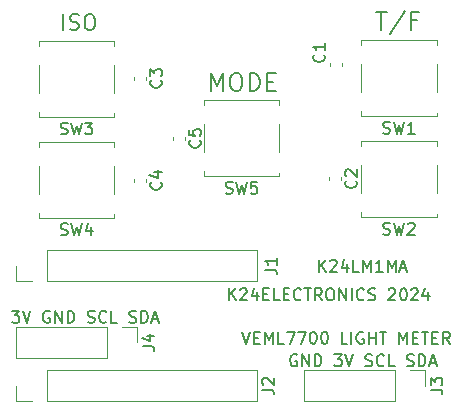
<source format=gbr>
%TF.GenerationSoftware,KiCad,Pcbnew,7.0.9*%
%TF.CreationDate,2024-01-07T17:51:15+01:00*%
%TF.ProjectId,K24LM1MA_veml7700_lightmeter,4b32344c-4d31-44d4-915f-76656d6c3737,rev?*%
%TF.SameCoordinates,Original*%
%TF.FileFunction,Legend,Top*%
%TF.FilePolarity,Positive*%
%FSLAX46Y46*%
G04 Gerber Fmt 4.6, Leading zero omitted, Abs format (unit mm)*
G04 Created by KiCad (PCBNEW 7.0.9) date 2024-01-07 17:51:15*
%MOMM*%
%LPD*%
G01*
G04 APERTURE LIST*
%ADD10C,0.150000*%
%ADD11C,0.120000*%
G04 APERTURE END LIST*
D10*
X124614207Y-107021104D02*
X124614207Y-105721104D01*
X125171351Y-106959200D02*
X125357065Y-107021104D01*
X125357065Y-107021104D02*
X125666589Y-107021104D01*
X125666589Y-107021104D02*
X125790398Y-106959200D01*
X125790398Y-106959200D02*
X125852303Y-106897295D01*
X125852303Y-106897295D02*
X125914208Y-106773485D01*
X125914208Y-106773485D02*
X125914208Y-106649676D01*
X125914208Y-106649676D02*
X125852303Y-106525866D01*
X125852303Y-106525866D02*
X125790398Y-106463961D01*
X125790398Y-106463961D02*
X125666589Y-106402057D01*
X125666589Y-106402057D02*
X125418970Y-106340152D01*
X125418970Y-106340152D02*
X125295160Y-106278247D01*
X125295160Y-106278247D02*
X125233255Y-106216342D01*
X125233255Y-106216342D02*
X125171351Y-106092533D01*
X125171351Y-106092533D02*
X125171351Y-105968723D01*
X125171351Y-105968723D02*
X125233255Y-105844914D01*
X125233255Y-105844914D02*
X125295160Y-105783009D01*
X125295160Y-105783009D02*
X125418970Y-105721104D01*
X125418970Y-105721104D02*
X125728493Y-105721104D01*
X125728493Y-105721104D02*
X125914208Y-105783009D01*
X126718969Y-105721104D02*
X126966588Y-105721104D01*
X126966588Y-105721104D02*
X127090398Y-105783009D01*
X127090398Y-105783009D02*
X127214207Y-105906819D01*
X127214207Y-105906819D02*
X127276112Y-106154438D01*
X127276112Y-106154438D02*
X127276112Y-106587771D01*
X127276112Y-106587771D02*
X127214207Y-106835390D01*
X127214207Y-106835390D02*
X127090398Y-106959200D01*
X127090398Y-106959200D02*
X126966588Y-107021104D01*
X126966588Y-107021104D02*
X126718969Y-107021104D01*
X126718969Y-107021104D02*
X126595160Y-106959200D01*
X126595160Y-106959200D02*
X126471350Y-106835390D01*
X126471350Y-106835390D02*
X126409446Y-106587771D01*
X126409446Y-106587771D02*
X126409446Y-106154438D01*
X126409446Y-106154438D02*
X126471350Y-105906819D01*
X126471350Y-105906819D02*
X126595160Y-105783009D01*
X126595160Y-105783009D02*
X126718969Y-105721104D01*
X144370588Y-134553438D02*
X144275350Y-134505819D01*
X144275350Y-134505819D02*
X144132493Y-134505819D01*
X144132493Y-134505819D02*
X143989636Y-134553438D01*
X143989636Y-134553438D02*
X143894398Y-134648676D01*
X143894398Y-134648676D02*
X143846779Y-134743914D01*
X143846779Y-134743914D02*
X143799160Y-134934390D01*
X143799160Y-134934390D02*
X143799160Y-135077247D01*
X143799160Y-135077247D02*
X143846779Y-135267723D01*
X143846779Y-135267723D02*
X143894398Y-135362961D01*
X143894398Y-135362961D02*
X143989636Y-135458200D01*
X143989636Y-135458200D02*
X144132493Y-135505819D01*
X144132493Y-135505819D02*
X144227731Y-135505819D01*
X144227731Y-135505819D02*
X144370588Y-135458200D01*
X144370588Y-135458200D02*
X144418207Y-135410580D01*
X144418207Y-135410580D02*
X144418207Y-135077247D01*
X144418207Y-135077247D02*
X144227731Y-135077247D01*
X144846779Y-135505819D02*
X144846779Y-134505819D01*
X144846779Y-134505819D02*
X145418207Y-135505819D01*
X145418207Y-135505819D02*
X145418207Y-134505819D01*
X145894398Y-135505819D02*
X145894398Y-134505819D01*
X145894398Y-134505819D02*
X146132493Y-134505819D01*
X146132493Y-134505819D02*
X146275350Y-134553438D01*
X146275350Y-134553438D02*
X146370588Y-134648676D01*
X146370588Y-134648676D02*
X146418207Y-134743914D01*
X146418207Y-134743914D02*
X146465826Y-134934390D01*
X146465826Y-134934390D02*
X146465826Y-135077247D01*
X146465826Y-135077247D02*
X146418207Y-135267723D01*
X146418207Y-135267723D02*
X146370588Y-135362961D01*
X146370588Y-135362961D02*
X146275350Y-135458200D01*
X146275350Y-135458200D02*
X146132493Y-135505819D01*
X146132493Y-135505819D02*
X145894398Y-135505819D01*
X147561065Y-134505819D02*
X148180112Y-134505819D01*
X148180112Y-134505819D02*
X147846779Y-134886771D01*
X147846779Y-134886771D02*
X147989636Y-134886771D01*
X147989636Y-134886771D02*
X148084874Y-134934390D01*
X148084874Y-134934390D02*
X148132493Y-134982009D01*
X148132493Y-134982009D02*
X148180112Y-135077247D01*
X148180112Y-135077247D02*
X148180112Y-135315342D01*
X148180112Y-135315342D02*
X148132493Y-135410580D01*
X148132493Y-135410580D02*
X148084874Y-135458200D01*
X148084874Y-135458200D02*
X147989636Y-135505819D01*
X147989636Y-135505819D02*
X147703922Y-135505819D01*
X147703922Y-135505819D02*
X147608684Y-135458200D01*
X147608684Y-135458200D02*
X147561065Y-135410580D01*
X148465827Y-134505819D02*
X148799160Y-135505819D01*
X148799160Y-135505819D02*
X149132493Y-134505819D01*
X150180113Y-135458200D02*
X150322970Y-135505819D01*
X150322970Y-135505819D02*
X150561065Y-135505819D01*
X150561065Y-135505819D02*
X150656303Y-135458200D01*
X150656303Y-135458200D02*
X150703922Y-135410580D01*
X150703922Y-135410580D02*
X150751541Y-135315342D01*
X150751541Y-135315342D02*
X150751541Y-135220104D01*
X150751541Y-135220104D02*
X150703922Y-135124866D01*
X150703922Y-135124866D02*
X150656303Y-135077247D01*
X150656303Y-135077247D02*
X150561065Y-135029628D01*
X150561065Y-135029628D02*
X150370589Y-134982009D01*
X150370589Y-134982009D02*
X150275351Y-134934390D01*
X150275351Y-134934390D02*
X150227732Y-134886771D01*
X150227732Y-134886771D02*
X150180113Y-134791533D01*
X150180113Y-134791533D02*
X150180113Y-134696295D01*
X150180113Y-134696295D02*
X150227732Y-134601057D01*
X150227732Y-134601057D02*
X150275351Y-134553438D01*
X150275351Y-134553438D02*
X150370589Y-134505819D01*
X150370589Y-134505819D02*
X150608684Y-134505819D01*
X150608684Y-134505819D02*
X150751541Y-134553438D01*
X151751541Y-135410580D02*
X151703922Y-135458200D01*
X151703922Y-135458200D02*
X151561065Y-135505819D01*
X151561065Y-135505819D02*
X151465827Y-135505819D01*
X151465827Y-135505819D02*
X151322970Y-135458200D01*
X151322970Y-135458200D02*
X151227732Y-135362961D01*
X151227732Y-135362961D02*
X151180113Y-135267723D01*
X151180113Y-135267723D02*
X151132494Y-135077247D01*
X151132494Y-135077247D02*
X151132494Y-134934390D01*
X151132494Y-134934390D02*
X151180113Y-134743914D01*
X151180113Y-134743914D02*
X151227732Y-134648676D01*
X151227732Y-134648676D02*
X151322970Y-134553438D01*
X151322970Y-134553438D02*
X151465827Y-134505819D01*
X151465827Y-134505819D02*
X151561065Y-134505819D01*
X151561065Y-134505819D02*
X151703922Y-134553438D01*
X151703922Y-134553438D02*
X151751541Y-134601057D01*
X152656303Y-135505819D02*
X152180113Y-135505819D01*
X152180113Y-135505819D02*
X152180113Y-134505819D01*
X153703923Y-135458200D02*
X153846780Y-135505819D01*
X153846780Y-135505819D02*
X154084875Y-135505819D01*
X154084875Y-135505819D02*
X154180113Y-135458200D01*
X154180113Y-135458200D02*
X154227732Y-135410580D01*
X154227732Y-135410580D02*
X154275351Y-135315342D01*
X154275351Y-135315342D02*
X154275351Y-135220104D01*
X154275351Y-135220104D02*
X154227732Y-135124866D01*
X154227732Y-135124866D02*
X154180113Y-135077247D01*
X154180113Y-135077247D02*
X154084875Y-135029628D01*
X154084875Y-135029628D02*
X153894399Y-134982009D01*
X153894399Y-134982009D02*
X153799161Y-134934390D01*
X153799161Y-134934390D02*
X153751542Y-134886771D01*
X153751542Y-134886771D02*
X153703923Y-134791533D01*
X153703923Y-134791533D02*
X153703923Y-134696295D01*
X153703923Y-134696295D02*
X153751542Y-134601057D01*
X153751542Y-134601057D02*
X153799161Y-134553438D01*
X153799161Y-134553438D02*
X153894399Y-134505819D01*
X153894399Y-134505819D02*
X154132494Y-134505819D01*
X154132494Y-134505819D02*
X154275351Y-134553438D01*
X154703923Y-135505819D02*
X154703923Y-134505819D01*
X154703923Y-134505819D02*
X154942018Y-134505819D01*
X154942018Y-134505819D02*
X155084875Y-134553438D01*
X155084875Y-134553438D02*
X155180113Y-134648676D01*
X155180113Y-134648676D02*
X155227732Y-134743914D01*
X155227732Y-134743914D02*
X155275351Y-134934390D01*
X155275351Y-134934390D02*
X155275351Y-135077247D01*
X155275351Y-135077247D02*
X155227732Y-135267723D01*
X155227732Y-135267723D02*
X155180113Y-135362961D01*
X155180113Y-135362961D02*
X155084875Y-135458200D01*
X155084875Y-135458200D02*
X154942018Y-135505819D01*
X154942018Y-135505819D02*
X154703923Y-135505819D01*
X155656304Y-135220104D02*
X156132494Y-135220104D01*
X155561066Y-135505819D02*
X155894399Y-134505819D01*
X155894399Y-134505819D02*
X156227732Y-135505819D01*
X139766922Y-132600819D02*
X140100255Y-133600819D01*
X140100255Y-133600819D02*
X140433588Y-132600819D01*
X140766922Y-133077009D02*
X141100255Y-133077009D01*
X141243112Y-133600819D02*
X140766922Y-133600819D01*
X140766922Y-133600819D02*
X140766922Y-132600819D01*
X140766922Y-132600819D02*
X141243112Y-132600819D01*
X141671684Y-133600819D02*
X141671684Y-132600819D01*
X141671684Y-132600819D02*
X142005017Y-133315104D01*
X142005017Y-133315104D02*
X142338350Y-132600819D01*
X142338350Y-132600819D02*
X142338350Y-133600819D01*
X143290731Y-133600819D02*
X142814541Y-133600819D01*
X142814541Y-133600819D02*
X142814541Y-132600819D01*
X143528827Y-132600819D02*
X144195493Y-132600819D01*
X144195493Y-132600819D02*
X143766922Y-133600819D01*
X144481208Y-132600819D02*
X145147874Y-132600819D01*
X145147874Y-132600819D02*
X144719303Y-133600819D01*
X145719303Y-132600819D02*
X145814541Y-132600819D01*
X145814541Y-132600819D02*
X145909779Y-132648438D01*
X145909779Y-132648438D02*
X145957398Y-132696057D01*
X145957398Y-132696057D02*
X146005017Y-132791295D01*
X146005017Y-132791295D02*
X146052636Y-132981771D01*
X146052636Y-132981771D02*
X146052636Y-133219866D01*
X146052636Y-133219866D02*
X146005017Y-133410342D01*
X146005017Y-133410342D02*
X145957398Y-133505580D01*
X145957398Y-133505580D02*
X145909779Y-133553200D01*
X145909779Y-133553200D02*
X145814541Y-133600819D01*
X145814541Y-133600819D02*
X145719303Y-133600819D01*
X145719303Y-133600819D02*
X145624065Y-133553200D01*
X145624065Y-133553200D02*
X145576446Y-133505580D01*
X145576446Y-133505580D02*
X145528827Y-133410342D01*
X145528827Y-133410342D02*
X145481208Y-133219866D01*
X145481208Y-133219866D02*
X145481208Y-132981771D01*
X145481208Y-132981771D02*
X145528827Y-132791295D01*
X145528827Y-132791295D02*
X145576446Y-132696057D01*
X145576446Y-132696057D02*
X145624065Y-132648438D01*
X145624065Y-132648438D02*
X145719303Y-132600819D01*
X146671684Y-132600819D02*
X146766922Y-132600819D01*
X146766922Y-132600819D02*
X146862160Y-132648438D01*
X146862160Y-132648438D02*
X146909779Y-132696057D01*
X146909779Y-132696057D02*
X146957398Y-132791295D01*
X146957398Y-132791295D02*
X147005017Y-132981771D01*
X147005017Y-132981771D02*
X147005017Y-133219866D01*
X147005017Y-133219866D02*
X146957398Y-133410342D01*
X146957398Y-133410342D02*
X146909779Y-133505580D01*
X146909779Y-133505580D02*
X146862160Y-133553200D01*
X146862160Y-133553200D02*
X146766922Y-133600819D01*
X146766922Y-133600819D02*
X146671684Y-133600819D01*
X146671684Y-133600819D02*
X146576446Y-133553200D01*
X146576446Y-133553200D02*
X146528827Y-133505580D01*
X146528827Y-133505580D02*
X146481208Y-133410342D01*
X146481208Y-133410342D02*
X146433589Y-133219866D01*
X146433589Y-133219866D02*
X146433589Y-132981771D01*
X146433589Y-132981771D02*
X146481208Y-132791295D01*
X146481208Y-132791295D02*
X146528827Y-132696057D01*
X146528827Y-132696057D02*
X146576446Y-132648438D01*
X146576446Y-132648438D02*
X146671684Y-132600819D01*
X148671684Y-133600819D02*
X148195494Y-133600819D01*
X148195494Y-133600819D02*
X148195494Y-132600819D01*
X149005018Y-133600819D02*
X149005018Y-132600819D01*
X150005017Y-132648438D02*
X149909779Y-132600819D01*
X149909779Y-132600819D02*
X149766922Y-132600819D01*
X149766922Y-132600819D02*
X149624065Y-132648438D01*
X149624065Y-132648438D02*
X149528827Y-132743676D01*
X149528827Y-132743676D02*
X149481208Y-132838914D01*
X149481208Y-132838914D02*
X149433589Y-133029390D01*
X149433589Y-133029390D02*
X149433589Y-133172247D01*
X149433589Y-133172247D02*
X149481208Y-133362723D01*
X149481208Y-133362723D02*
X149528827Y-133457961D01*
X149528827Y-133457961D02*
X149624065Y-133553200D01*
X149624065Y-133553200D02*
X149766922Y-133600819D01*
X149766922Y-133600819D02*
X149862160Y-133600819D01*
X149862160Y-133600819D02*
X150005017Y-133553200D01*
X150005017Y-133553200D02*
X150052636Y-133505580D01*
X150052636Y-133505580D02*
X150052636Y-133172247D01*
X150052636Y-133172247D02*
X149862160Y-133172247D01*
X150481208Y-133600819D02*
X150481208Y-132600819D01*
X150481208Y-133077009D02*
X151052636Y-133077009D01*
X151052636Y-133600819D02*
X151052636Y-132600819D01*
X151385970Y-132600819D02*
X151957398Y-132600819D01*
X151671684Y-133600819D02*
X151671684Y-132600819D01*
X153052637Y-133600819D02*
X153052637Y-132600819D01*
X153052637Y-132600819D02*
X153385970Y-133315104D01*
X153385970Y-133315104D02*
X153719303Y-132600819D01*
X153719303Y-132600819D02*
X153719303Y-133600819D01*
X154195494Y-133077009D02*
X154528827Y-133077009D01*
X154671684Y-133600819D02*
X154195494Y-133600819D01*
X154195494Y-133600819D02*
X154195494Y-132600819D01*
X154195494Y-132600819D02*
X154671684Y-132600819D01*
X154957399Y-132600819D02*
X155528827Y-132600819D01*
X155243113Y-133600819D02*
X155243113Y-132600819D01*
X155862161Y-133077009D02*
X156195494Y-133077009D01*
X156338351Y-133600819D02*
X155862161Y-133600819D01*
X155862161Y-133600819D02*
X155862161Y-132600819D01*
X155862161Y-132600819D02*
X156338351Y-132600819D01*
X157338351Y-133600819D02*
X157005018Y-133124628D01*
X156766923Y-133600819D02*
X156766923Y-132600819D01*
X156766923Y-132600819D02*
X157147875Y-132600819D01*
X157147875Y-132600819D02*
X157243113Y-132648438D01*
X157243113Y-132648438D02*
X157290732Y-132696057D01*
X157290732Y-132696057D02*
X157338351Y-132791295D01*
X157338351Y-132791295D02*
X157338351Y-132934152D01*
X157338351Y-132934152D02*
X157290732Y-133029390D01*
X157290732Y-133029390D02*
X157243113Y-133077009D01*
X157243113Y-133077009D02*
X157147875Y-133124628D01*
X157147875Y-133124628D02*
X156766923Y-133124628D01*
X138639779Y-129917819D02*
X138639779Y-128917819D01*
X139211207Y-129917819D02*
X138782636Y-129346390D01*
X139211207Y-128917819D02*
X138639779Y-129489247D01*
X139592160Y-129013057D02*
X139639779Y-128965438D01*
X139639779Y-128965438D02*
X139735017Y-128917819D01*
X139735017Y-128917819D02*
X139973112Y-128917819D01*
X139973112Y-128917819D02*
X140068350Y-128965438D01*
X140068350Y-128965438D02*
X140115969Y-129013057D01*
X140115969Y-129013057D02*
X140163588Y-129108295D01*
X140163588Y-129108295D02*
X140163588Y-129203533D01*
X140163588Y-129203533D02*
X140115969Y-129346390D01*
X140115969Y-129346390D02*
X139544541Y-129917819D01*
X139544541Y-129917819D02*
X140163588Y-129917819D01*
X141020731Y-129251152D02*
X141020731Y-129917819D01*
X140782636Y-128870200D02*
X140544541Y-129584485D01*
X140544541Y-129584485D02*
X141163588Y-129584485D01*
X141544541Y-129394009D02*
X141877874Y-129394009D01*
X142020731Y-129917819D02*
X141544541Y-129917819D01*
X141544541Y-129917819D02*
X141544541Y-128917819D01*
X141544541Y-128917819D02*
X142020731Y-128917819D01*
X142925493Y-129917819D02*
X142449303Y-129917819D01*
X142449303Y-129917819D02*
X142449303Y-128917819D01*
X143258827Y-129394009D02*
X143592160Y-129394009D01*
X143735017Y-129917819D02*
X143258827Y-129917819D01*
X143258827Y-129917819D02*
X143258827Y-128917819D01*
X143258827Y-128917819D02*
X143735017Y-128917819D01*
X144735017Y-129822580D02*
X144687398Y-129870200D01*
X144687398Y-129870200D02*
X144544541Y-129917819D01*
X144544541Y-129917819D02*
X144449303Y-129917819D01*
X144449303Y-129917819D02*
X144306446Y-129870200D01*
X144306446Y-129870200D02*
X144211208Y-129774961D01*
X144211208Y-129774961D02*
X144163589Y-129679723D01*
X144163589Y-129679723D02*
X144115970Y-129489247D01*
X144115970Y-129489247D02*
X144115970Y-129346390D01*
X144115970Y-129346390D02*
X144163589Y-129155914D01*
X144163589Y-129155914D02*
X144211208Y-129060676D01*
X144211208Y-129060676D02*
X144306446Y-128965438D01*
X144306446Y-128965438D02*
X144449303Y-128917819D01*
X144449303Y-128917819D02*
X144544541Y-128917819D01*
X144544541Y-128917819D02*
X144687398Y-128965438D01*
X144687398Y-128965438D02*
X144735017Y-129013057D01*
X145020732Y-128917819D02*
X145592160Y-128917819D01*
X145306446Y-129917819D02*
X145306446Y-128917819D01*
X146496922Y-129917819D02*
X146163589Y-129441628D01*
X145925494Y-129917819D02*
X145925494Y-128917819D01*
X145925494Y-128917819D02*
X146306446Y-128917819D01*
X146306446Y-128917819D02*
X146401684Y-128965438D01*
X146401684Y-128965438D02*
X146449303Y-129013057D01*
X146449303Y-129013057D02*
X146496922Y-129108295D01*
X146496922Y-129108295D02*
X146496922Y-129251152D01*
X146496922Y-129251152D02*
X146449303Y-129346390D01*
X146449303Y-129346390D02*
X146401684Y-129394009D01*
X146401684Y-129394009D02*
X146306446Y-129441628D01*
X146306446Y-129441628D02*
X145925494Y-129441628D01*
X147115970Y-128917819D02*
X147306446Y-128917819D01*
X147306446Y-128917819D02*
X147401684Y-128965438D01*
X147401684Y-128965438D02*
X147496922Y-129060676D01*
X147496922Y-129060676D02*
X147544541Y-129251152D01*
X147544541Y-129251152D02*
X147544541Y-129584485D01*
X147544541Y-129584485D02*
X147496922Y-129774961D01*
X147496922Y-129774961D02*
X147401684Y-129870200D01*
X147401684Y-129870200D02*
X147306446Y-129917819D01*
X147306446Y-129917819D02*
X147115970Y-129917819D01*
X147115970Y-129917819D02*
X147020732Y-129870200D01*
X147020732Y-129870200D02*
X146925494Y-129774961D01*
X146925494Y-129774961D02*
X146877875Y-129584485D01*
X146877875Y-129584485D02*
X146877875Y-129251152D01*
X146877875Y-129251152D02*
X146925494Y-129060676D01*
X146925494Y-129060676D02*
X147020732Y-128965438D01*
X147020732Y-128965438D02*
X147115970Y-128917819D01*
X147973113Y-129917819D02*
X147973113Y-128917819D01*
X147973113Y-128917819D02*
X148544541Y-129917819D01*
X148544541Y-129917819D02*
X148544541Y-128917819D01*
X149020732Y-129917819D02*
X149020732Y-128917819D01*
X150068350Y-129822580D02*
X150020731Y-129870200D01*
X150020731Y-129870200D02*
X149877874Y-129917819D01*
X149877874Y-129917819D02*
X149782636Y-129917819D01*
X149782636Y-129917819D02*
X149639779Y-129870200D01*
X149639779Y-129870200D02*
X149544541Y-129774961D01*
X149544541Y-129774961D02*
X149496922Y-129679723D01*
X149496922Y-129679723D02*
X149449303Y-129489247D01*
X149449303Y-129489247D02*
X149449303Y-129346390D01*
X149449303Y-129346390D02*
X149496922Y-129155914D01*
X149496922Y-129155914D02*
X149544541Y-129060676D01*
X149544541Y-129060676D02*
X149639779Y-128965438D01*
X149639779Y-128965438D02*
X149782636Y-128917819D01*
X149782636Y-128917819D02*
X149877874Y-128917819D01*
X149877874Y-128917819D02*
X150020731Y-128965438D01*
X150020731Y-128965438D02*
X150068350Y-129013057D01*
X150449303Y-129870200D02*
X150592160Y-129917819D01*
X150592160Y-129917819D02*
X150830255Y-129917819D01*
X150830255Y-129917819D02*
X150925493Y-129870200D01*
X150925493Y-129870200D02*
X150973112Y-129822580D01*
X150973112Y-129822580D02*
X151020731Y-129727342D01*
X151020731Y-129727342D02*
X151020731Y-129632104D01*
X151020731Y-129632104D02*
X150973112Y-129536866D01*
X150973112Y-129536866D02*
X150925493Y-129489247D01*
X150925493Y-129489247D02*
X150830255Y-129441628D01*
X150830255Y-129441628D02*
X150639779Y-129394009D01*
X150639779Y-129394009D02*
X150544541Y-129346390D01*
X150544541Y-129346390D02*
X150496922Y-129298771D01*
X150496922Y-129298771D02*
X150449303Y-129203533D01*
X150449303Y-129203533D02*
X150449303Y-129108295D01*
X150449303Y-129108295D02*
X150496922Y-129013057D01*
X150496922Y-129013057D02*
X150544541Y-128965438D01*
X150544541Y-128965438D02*
X150639779Y-128917819D01*
X150639779Y-128917819D02*
X150877874Y-128917819D01*
X150877874Y-128917819D02*
X151020731Y-128965438D01*
X152163589Y-129013057D02*
X152211208Y-128965438D01*
X152211208Y-128965438D02*
X152306446Y-128917819D01*
X152306446Y-128917819D02*
X152544541Y-128917819D01*
X152544541Y-128917819D02*
X152639779Y-128965438D01*
X152639779Y-128965438D02*
X152687398Y-129013057D01*
X152687398Y-129013057D02*
X152735017Y-129108295D01*
X152735017Y-129108295D02*
X152735017Y-129203533D01*
X152735017Y-129203533D02*
X152687398Y-129346390D01*
X152687398Y-129346390D02*
X152115970Y-129917819D01*
X152115970Y-129917819D02*
X152735017Y-129917819D01*
X153354065Y-128917819D02*
X153449303Y-128917819D01*
X153449303Y-128917819D02*
X153544541Y-128965438D01*
X153544541Y-128965438D02*
X153592160Y-129013057D01*
X153592160Y-129013057D02*
X153639779Y-129108295D01*
X153639779Y-129108295D02*
X153687398Y-129298771D01*
X153687398Y-129298771D02*
X153687398Y-129536866D01*
X153687398Y-129536866D02*
X153639779Y-129727342D01*
X153639779Y-129727342D02*
X153592160Y-129822580D01*
X153592160Y-129822580D02*
X153544541Y-129870200D01*
X153544541Y-129870200D02*
X153449303Y-129917819D01*
X153449303Y-129917819D02*
X153354065Y-129917819D01*
X153354065Y-129917819D02*
X153258827Y-129870200D01*
X153258827Y-129870200D02*
X153211208Y-129822580D01*
X153211208Y-129822580D02*
X153163589Y-129727342D01*
X153163589Y-129727342D02*
X153115970Y-129536866D01*
X153115970Y-129536866D02*
X153115970Y-129298771D01*
X153115970Y-129298771D02*
X153163589Y-129108295D01*
X153163589Y-129108295D02*
X153211208Y-129013057D01*
X153211208Y-129013057D02*
X153258827Y-128965438D01*
X153258827Y-128965438D02*
X153354065Y-128917819D01*
X154068351Y-129013057D02*
X154115970Y-128965438D01*
X154115970Y-128965438D02*
X154211208Y-128917819D01*
X154211208Y-128917819D02*
X154449303Y-128917819D01*
X154449303Y-128917819D02*
X154544541Y-128965438D01*
X154544541Y-128965438D02*
X154592160Y-129013057D01*
X154592160Y-129013057D02*
X154639779Y-129108295D01*
X154639779Y-129108295D02*
X154639779Y-129203533D01*
X154639779Y-129203533D02*
X154592160Y-129346390D01*
X154592160Y-129346390D02*
X154020732Y-129917819D01*
X154020732Y-129917819D02*
X154639779Y-129917819D01*
X155496922Y-129251152D02*
X155496922Y-129917819D01*
X155258827Y-128870200D02*
X155020732Y-129584485D01*
X155020732Y-129584485D02*
X155639779Y-129584485D01*
X151117541Y-105496628D02*
X151974684Y-105496628D01*
X151546112Y-106996628D02*
X151546112Y-105496628D01*
X153546112Y-105425200D02*
X152260398Y-107353771D01*
X154546112Y-106210914D02*
X154046112Y-106210914D01*
X154046112Y-106996628D02*
X154046112Y-105496628D01*
X154046112Y-105496628D02*
X154760398Y-105496628D01*
X120256541Y-130822819D02*
X120875588Y-130822819D01*
X120875588Y-130822819D02*
X120542255Y-131203771D01*
X120542255Y-131203771D02*
X120685112Y-131203771D01*
X120685112Y-131203771D02*
X120780350Y-131251390D01*
X120780350Y-131251390D02*
X120827969Y-131299009D01*
X120827969Y-131299009D02*
X120875588Y-131394247D01*
X120875588Y-131394247D02*
X120875588Y-131632342D01*
X120875588Y-131632342D02*
X120827969Y-131727580D01*
X120827969Y-131727580D02*
X120780350Y-131775200D01*
X120780350Y-131775200D02*
X120685112Y-131822819D01*
X120685112Y-131822819D02*
X120399398Y-131822819D01*
X120399398Y-131822819D02*
X120304160Y-131775200D01*
X120304160Y-131775200D02*
X120256541Y-131727580D01*
X121161303Y-130822819D02*
X121494636Y-131822819D01*
X121494636Y-131822819D02*
X121827969Y-130822819D01*
X123447017Y-130870438D02*
X123351779Y-130822819D01*
X123351779Y-130822819D02*
X123208922Y-130822819D01*
X123208922Y-130822819D02*
X123066065Y-130870438D01*
X123066065Y-130870438D02*
X122970827Y-130965676D01*
X122970827Y-130965676D02*
X122923208Y-131060914D01*
X122923208Y-131060914D02*
X122875589Y-131251390D01*
X122875589Y-131251390D02*
X122875589Y-131394247D01*
X122875589Y-131394247D02*
X122923208Y-131584723D01*
X122923208Y-131584723D02*
X122970827Y-131679961D01*
X122970827Y-131679961D02*
X123066065Y-131775200D01*
X123066065Y-131775200D02*
X123208922Y-131822819D01*
X123208922Y-131822819D02*
X123304160Y-131822819D01*
X123304160Y-131822819D02*
X123447017Y-131775200D01*
X123447017Y-131775200D02*
X123494636Y-131727580D01*
X123494636Y-131727580D02*
X123494636Y-131394247D01*
X123494636Y-131394247D02*
X123304160Y-131394247D01*
X123923208Y-131822819D02*
X123923208Y-130822819D01*
X123923208Y-130822819D02*
X124494636Y-131822819D01*
X124494636Y-131822819D02*
X124494636Y-130822819D01*
X124970827Y-131822819D02*
X124970827Y-130822819D01*
X124970827Y-130822819D02*
X125208922Y-130822819D01*
X125208922Y-130822819D02*
X125351779Y-130870438D01*
X125351779Y-130870438D02*
X125447017Y-130965676D01*
X125447017Y-130965676D02*
X125494636Y-131060914D01*
X125494636Y-131060914D02*
X125542255Y-131251390D01*
X125542255Y-131251390D02*
X125542255Y-131394247D01*
X125542255Y-131394247D02*
X125494636Y-131584723D01*
X125494636Y-131584723D02*
X125447017Y-131679961D01*
X125447017Y-131679961D02*
X125351779Y-131775200D01*
X125351779Y-131775200D02*
X125208922Y-131822819D01*
X125208922Y-131822819D02*
X124970827Y-131822819D01*
X126685113Y-131775200D02*
X126827970Y-131822819D01*
X126827970Y-131822819D02*
X127066065Y-131822819D01*
X127066065Y-131822819D02*
X127161303Y-131775200D01*
X127161303Y-131775200D02*
X127208922Y-131727580D01*
X127208922Y-131727580D02*
X127256541Y-131632342D01*
X127256541Y-131632342D02*
X127256541Y-131537104D01*
X127256541Y-131537104D02*
X127208922Y-131441866D01*
X127208922Y-131441866D02*
X127161303Y-131394247D01*
X127161303Y-131394247D02*
X127066065Y-131346628D01*
X127066065Y-131346628D02*
X126875589Y-131299009D01*
X126875589Y-131299009D02*
X126780351Y-131251390D01*
X126780351Y-131251390D02*
X126732732Y-131203771D01*
X126732732Y-131203771D02*
X126685113Y-131108533D01*
X126685113Y-131108533D02*
X126685113Y-131013295D01*
X126685113Y-131013295D02*
X126732732Y-130918057D01*
X126732732Y-130918057D02*
X126780351Y-130870438D01*
X126780351Y-130870438D02*
X126875589Y-130822819D01*
X126875589Y-130822819D02*
X127113684Y-130822819D01*
X127113684Y-130822819D02*
X127256541Y-130870438D01*
X128256541Y-131727580D02*
X128208922Y-131775200D01*
X128208922Y-131775200D02*
X128066065Y-131822819D01*
X128066065Y-131822819D02*
X127970827Y-131822819D01*
X127970827Y-131822819D02*
X127827970Y-131775200D01*
X127827970Y-131775200D02*
X127732732Y-131679961D01*
X127732732Y-131679961D02*
X127685113Y-131584723D01*
X127685113Y-131584723D02*
X127637494Y-131394247D01*
X127637494Y-131394247D02*
X127637494Y-131251390D01*
X127637494Y-131251390D02*
X127685113Y-131060914D01*
X127685113Y-131060914D02*
X127732732Y-130965676D01*
X127732732Y-130965676D02*
X127827970Y-130870438D01*
X127827970Y-130870438D02*
X127970827Y-130822819D01*
X127970827Y-130822819D02*
X128066065Y-130822819D01*
X128066065Y-130822819D02*
X128208922Y-130870438D01*
X128208922Y-130870438D02*
X128256541Y-130918057D01*
X129161303Y-131822819D02*
X128685113Y-131822819D01*
X128685113Y-131822819D02*
X128685113Y-130822819D01*
X130208923Y-131775200D02*
X130351780Y-131822819D01*
X130351780Y-131822819D02*
X130589875Y-131822819D01*
X130589875Y-131822819D02*
X130685113Y-131775200D01*
X130685113Y-131775200D02*
X130732732Y-131727580D01*
X130732732Y-131727580D02*
X130780351Y-131632342D01*
X130780351Y-131632342D02*
X130780351Y-131537104D01*
X130780351Y-131537104D02*
X130732732Y-131441866D01*
X130732732Y-131441866D02*
X130685113Y-131394247D01*
X130685113Y-131394247D02*
X130589875Y-131346628D01*
X130589875Y-131346628D02*
X130399399Y-131299009D01*
X130399399Y-131299009D02*
X130304161Y-131251390D01*
X130304161Y-131251390D02*
X130256542Y-131203771D01*
X130256542Y-131203771D02*
X130208923Y-131108533D01*
X130208923Y-131108533D02*
X130208923Y-131013295D01*
X130208923Y-131013295D02*
X130256542Y-130918057D01*
X130256542Y-130918057D02*
X130304161Y-130870438D01*
X130304161Y-130870438D02*
X130399399Y-130822819D01*
X130399399Y-130822819D02*
X130637494Y-130822819D01*
X130637494Y-130822819D02*
X130780351Y-130870438D01*
X131208923Y-131822819D02*
X131208923Y-130822819D01*
X131208923Y-130822819D02*
X131447018Y-130822819D01*
X131447018Y-130822819D02*
X131589875Y-130870438D01*
X131589875Y-130870438D02*
X131685113Y-130965676D01*
X131685113Y-130965676D02*
X131732732Y-131060914D01*
X131732732Y-131060914D02*
X131780351Y-131251390D01*
X131780351Y-131251390D02*
X131780351Y-131394247D01*
X131780351Y-131394247D02*
X131732732Y-131584723D01*
X131732732Y-131584723D02*
X131685113Y-131679961D01*
X131685113Y-131679961D02*
X131589875Y-131775200D01*
X131589875Y-131775200D02*
X131447018Y-131822819D01*
X131447018Y-131822819D02*
X131208923Y-131822819D01*
X132161304Y-131537104D02*
X132637494Y-131537104D01*
X132066066Y-131822819D02*
X132399399Y-130822819D01*
X132399399Y-130822819D02*
X132732732Y-131822819D01*
X137107826Y-112203628D02*
X137107826Y-110703628D01*
X137107826Y-110703628D02*
X137607826Y-111775057D01*
X137607826Y-111775057D02*
X138107826Y-110703628D01*
X138107826Y-110703628D02*
X138107826Y-112203628D01*
X139107827Y-110703628D02*
X139393541Y-110703628D01*
X139393541Y-110703628D02*
X139536398Y-110775057D01*
X139536398Y-110775057D02*
X139679255Y-110917914D01*
X139679255Y-110917914D02*
X139750684Y-111203628D01*
X139750684Y-111203628D02*
X139750684Y-111703628D01*
X139750684Y-111703628D02*
X139679255Y-111989342D01*
X139679255Y-111989342D02*
X139536398Y-112132200D01*
X139536398Y-112132200D02*
X139393541Y-112203628D01*
X139393541Y-112203628D02*
X139107827Y-112203628D01*
X139107827Y-112203628D02*
X138964970Y-112132200D01*
X138964970Y-112132200D02*
X138822112Y-111989342D01*
X138822112Y-111989342D02*
X138750684Y-111703628D01*
X138750684Y-111703628D02*
X138750684Y-111203628D01*
X138750684Y-111203628D02*
X138822112Y-110917914D01*
X138822112Y-110917914D02*
X138964970Y-110775057D01*
X138964970Y-110775057D02*
X139107827Y-110703628D01*
X140393541Y-112203628D02*
X140393541Y-110703628D01*
X140393541Y-110703628D02*
X140750684Y-110703628D01*
X140750684Y-110703628D02*
X140964970Y-110775057D01*
X140964970Y-110775057D02*
X141107827Y-110917914D01*
X141107827Y-110917914D02*
X141179256Y-111060771D01*
X141179256Y-111060771D02*
X141250684Y-111346485D01*
X141250684Y-111346485D02*
X141250684Y-111560771D01*
X141250684Y-111560771D02*
X141179256Y-111846485D01*
X141179256Y-111846485D02*
X141107827Y-111989342D01*
X141107827Y-111989342D02*
X140964970Y-112132200D01*
X140964970Y-112132200D02*
X140750684Y-112203628D01*
X140750684Y-112203628D02*
X140393541Y-112203628D01*
X141893541Y-111417914D02*
X142393541Y-111417914D01*
X142607827Y-112203628D02*
X141893541Y-112203628D01*
X141893541Y-112203628D02*
X141893541Y-110703628D01*
X141893541Y-110703628D02*
X142607827Y-110703628D01*
X146259779Y-127504819D02*
X146259779Y-126504819D01*
X146831207Y-127504819D02*
X146402636Y-126933390D01*
X146831207Y-126504819D02*
X146259779Y-127076247D01*
X147212160Y-126600057D02*
X147259779Y-126552438D01*
X147259779Y-126552438D02*
X147355017Y-126504819D01*
X147355017Y-126504819D02*
X147593112Y-126504819D01*
X147593112Y-126504819D02*
X147688350Y-126552438D01*
X147688350Y-126552438D02*
X147735969Y-126600057D01*
X147735969Y-126600057D02*
X147783588Y-126695295D01*
X147783588Y-126695295D02*
X147783588Y-126790533D01*
X147783588Y-126790533D02*
X147735969Y-126933390D01*
X147735969Y-126933390D02*
X147164541Y-127504819D01*
X147164541Y-127504819D02*
X147783588Y-127504819D01*
X148640731Y-126838152D02*
X148640731Y-127504819D01*
X148402636Y-126457200D02*
X148164541Y-127171485D01*
X148164541Y-127171485D02*
X148783588Y-127171485D01*
X149640731Y-127504819D02*
X149164541Y-127504819D01*
X149164541Y-127504819D02*
X149164541Y-126504819D01*
X149974065Y-127504819D02*
X149974065Y-126504819D01*
X149974065Y-126504819D02*
X150307398Y-127219104D01*
X150307398Y-127219104D02*
X150640731Y-126504819D01*
X150640731Y-126504819D02*
X150640731Y-127504819D01*
X151640731Y-127504819D02*
X151069303Y-127504819D01*
X151355017Y-127504819D02*
X151355017Y-126504819D01*
X151355017Y-126504819D02*
X151259779Y-126647676D01*
X151259779Y-126647676D02*
X151164541Y-126742914D01*
X151164541Y-126742914D02*
X151069303Y-126790533D01*
X152069303Y-127504819D02*
X152069303Y-126504819D01*
X152069303Y-126504819D02*
X152402636Y-127219104D01*
X152402636Y-127219104D02*
X152735969Y-126504819D01*
X152735969Y-126504819D02*
X152735969Y-127504819D01*
X153164541Y-127219104D02*
X153640731Y-127219104D01*
X153069303Y-127504819D02*
X153402636Y-126504819D01*
X153402636Y-126504819D02*
X153735969Y-127504819D01*
X146663580Y-109132666D02*
X146711200Y-109180285D01*
X146711200Y-109180285D02*
X146758819Y-109323142D01*
X146758819Y-109323142D02*
X146758819Y-109418380D01*
X146758819Y-109418380D02*
X146711200Y-109561237D01*
X146711200Y-109561237D02*
X146615961Y-109656475D01*
X146615961Y-109656475D02*
X146520723Y-109704094D01*
X146520723Y-109704094D02*
X146330247Y-109751713D01*
X146330247Y-109751713D02*
X146187390Y-109751713D01*
X146187390Y-109751713D02*
X145996914Y-109704094D01*
X145996914Y-109704094D02*
X145901676Y-109656475D01*
X145901676Y-109656475D02*
X145806438Y-109561237D01*
X145806438Y-109561237D02*
X145758819Y-109418380D01*
X145758819Y-109418380D02*
X145758819Y-109323142D01*
X145758819Y-109323142D02*
X145806438Y-109180285D01*
X145806438Y-109180285D02*
X145854057Y-109132666D01*
X146758819Y-108180285D02*
X146758819Y-108751713D01*
X146758819Y-108465999D02*
X145758819Y-108465999D01*
X145758819Y-108465999D02*
X145901676Y-108561237D01*
X145901676Y-108561237D02*
X145996914Y-108656475D01*
X145996914Y-108656475D02*
X146044533Y-108751713D01*
X131324819Y-133810333D02*
X132039104Y-133810333D01*
X132039104Y-133810333D02*
X132181961Y-133857952D01*
X132181961Y-133857952D02*
X132277200Y-133953190D01*
X132277200Y-133953190D02*
X132324819Y-134096047D01*
X132324819Y-134096047D02*
X132324819Y-134191285D01*
X131658152Y-132905571D02*
X132324819Y-132905571D01*
X131277200Y-133143666D02*
X131991485Y-133381761D01*
X131991485Y-133381761D02*
X131991485Y-132762714D01*
X141694819Y-127333333D02*
X142409104Y-127333333D01*
X142409104Y-127333333D02*
X142551961Y-127380952D01*
X142551961Y-127380952D02*
X142647200Y-127476190D01*
X142647200Y-127476190D02*
X142694819Y-127619047D01*
X142694819Y-127619047D02*
X142694819Y-127714285D01*
X142694819Y-126333333D02*
X142694819Y-126904761D01*
X142694819Y-126619047D02*
X141694819Y-126619047D01*
X141694819Y-126619047D02*
X141837676Y-126714285D01*
X141837676Y-126714285D02*
X141932914Y-126809523D01*
X141932914Y-126809523D02*
X141980533Y-126904761D01*
X155708819Y-137493333D02*
X156423104Y-137493333D01*
X156423104Y-137493333D02*
X156565961Y-137540952D01*
X156565961Y-137540952D02*
X156661200Y-137636190D01*
X156661200Y-137636190D02*
X156708819Y-137779047D01*
X156708819Y-137779047D02*
X156708819Y-137874285D01*
X155708819Y-137112380D02*
X155708819Y-136493333D01*
X155708819Y-136493333D02*
X156089771Y-136826666D01*
X156089771Y-136826666D02*
X156089771Y-136683809D01*
X156089771Y-136683809D02*
X156137390Y-136588571D01*
X156137390Y-136588571D02*
X156185009Y-136540952D01*
X156185009Y-136540952D02*
X156280247Y-136493333D01*
X156280247Y-136493333D02*
X156518342Y-136493333D01*
X156518342Y-136493333D02*
X156613580Y-136540952D01*
X156613580Y-136540952D02*
X156661200Y-136588571D01*
X156661200Y-136588571D02*
X156708819Y-136683809D01*
X156708819Y-136683809D02*
X156708819Y-136969523D01*
X156708819Y-136969523D02*
X156661200Y-137064761D01*
X156661200Y-137064761D02*
X156613580Y-137112380D01*
X141440819Y-137493333D02*
X142155104Y-137493333D01*
X142155104Y-137493333D02*
X142297961Y-137540952D01*
X142297961Y-137540952D02*
X142393200Y-137636190D01*
X142393200Y-137636190D02*
X142440819Y-137779047D01*
X142440819Y-137779047D02*
X142440819Y-137874285D01*
X141536057Y-137064761D02*
X141488438Y-137017142D01*
X141488438Y-137017142D02*
X141440819Y-136921904D01*
X141440819Y-136921904D02*
X141440819Y-136683809D01*
X141440819Y-136683809D02*
X141488438Y-136588571D01*
X141488438Y-136588571D02*
X141536057Y-136540952D01*
X141536057Y-136540952D02*
X141631295Y-136493333D01*
X141631295Y-136493333D02*
X141726533Y-136493333D01*
X141726533Y-136493333D02*
X141869390Y-136540952D01*
X141869390Y-136540952D02*
X142440819Y-137112380D01*
X142440819Y-137112380D02*
X142440819Y-136493333D01*
X151701667Y-124322200D02*
X151844524Y-124369819D01*
X151844524Y-124369819D02*
X152082619Y-124369819D01*
X152082619Y-124369819D02*
X152177857Y-124322200D01*
X152177857Y-124322200D02*
X152225476Y-124274580D01*
X152225476Y-124274580D02*
X152273095Y-124179342D01*
X152273095Y-124179342D02*
X152273095Y-124084104D01*
X152273095Y-124084104D02*
X152225476Y-123988866D01*
X152225476Y-123988866D02*
X152177857Y-123941247D01*
X152177857Y-123941247D02*
X152082619Y-123893628D01*
X152082619Y-123893628D02*
X151892143Y-123846009D01*
X151892143Y-123846009D02*
X151796905Y-123798390D01*
X151796905Y-123798390D02*
X151749286Y-123750771D01*
X151749286Y-123750771D02*
X151701667Y-123655533D01*
X151701667Y-123655533D02*
X151701667Y-123560295D01*
X151701667Y-123560295D02*
X151749286Y-123465057D01*
X151749286Y-123465057D02*
X151796905Y-123417438D01*
X151796905Y-123417438D02*
X151892143Y-123369819D01*
X151892143Y-123369819D02*
X152130238Y-123369819D01*
X152130238Y-123369819D02*
X152273095Y-123417438D01*
X152606429Y-123369819D02*
X152844524Y-124369819D01*
X152844524Y-124369819D02*
X153035000Y-123655533D01*
X153035000Y-123655533D02*
X153225476Y-124369819D01*
X153225476Y-124369819D02*
X153463572Y-123369819D01*
X153796905Y-123465057D02*
X153844524Y-123417438D01*
X153844524Y-123417438D02*
X153939762Y-123369819D01*
X153939762Y-123369819D02*
X154177857Y-123369819D01*
X154177857Y-123369819D02*
X154273095Y-123417438D01*
X154273095Y-123417438D02*
X154320714Y-123465057D01*
X154320714Y-123465057D02*
X154368333Y-123560295D01*
X154368333Y-123560295D02*
X154368333Y-123655533D01*
X154368333Y-123655533D02*
X154320714Y-123798390D01*
X154320714Y-123798390D02*
X153749286Y-124369819D01*
X153749286Y-124369819D02*
X154368333Y-124369819D01*
X136155580Y-116371666D02*
X136203200Y-116419285D01*
X136203200Y-116419285D02*
X136250819Y-116562142D01*
X136250819Y-116562142D02*
X136250819Y-116657380D01*
X136250819Y-116657380D02*
X136203200Y-116800237D01*
X136203200Y-116800237D02*
X136107961Y-116895475D01*
X136107961Y-116895475D02*
X136012723Y-116943094D01*
X136012723Y-116943094D02*
X135822247Y-116990713D01*
X135822247Y-116990713D02*
X135679390Y-116990713D01*
X135679390Y-116990713D02*
X135488914Y-116943094D01*
X135488914Y-116943094D02*
X135393676Y-116895475D01*
X135393676Y-116895475D02*
X135298438Y-116800237D01*
X135298438Y-116800237D02*
X135250819Y-116657380D01*
X135250819Y-116657380D02*
X135250819Y-116562142D01*
X135250819Y-116562142D02*
X135298438Y-116419285D01*
X135298438Y-116419285D02*
X135346057Y-116371666D01*
X135250819Y-115466904D02*
X135250819Y-115943094D01*
X135250819Y-115943094D02*
X135727009Y-115990713D01*
X135727009Y-115990713D02*
X135679390Y-115943094D01*
X135679390Y-115943094D02*
X135631771Y-115847856D01*
X135631771Y-115847856D02*
X135631771Y-115609761D01*
X135631771Y-115609761D02*
X135679390Y-115514523D01*
X135679390Y-115514523D02*
X135727009Y-115466904D01*
X135727009Y-115466904D02*
X135822247Y-115419285D01*
X135822247Y-115419285D02*
X136060342Y-115419285D01*
X136060342Y-115419285D02*
X136155580Y-115466904D01*
X136155580Y-115466904D02*
X136203200Y-115514523D01*
X136203200Y-115514523D02*
X136250819Y-115609761D01*
X136250819Y-115609761D02*
X136250819Y-115847856D01*
X136250819Y-115847856D02*
X136203200Y-115943094D01*
X136203200Y-115943094D02*
X136155580Y-115990713D01*
X132853580Y-119927666D02*
X132901200Y-119975285D01*
X132901200Y-119975285D02*
X132948819Y-120118142D01*
X132948819Y-120118142D02*
X132948819Y-120213380D01*
X132948819Y-120213380D02*
X132901200Y-120356237D01*
X132901200Y-120356237D02*
X132805961Y-120451475D01*
X132805961Y-120451475D02*
X132710723Y-120499094D01*
X132710723Y-120499094D02*
X132520247Y-120546713D01*
X132520247Y-120546713D02*
X132377390Y-120546713D01*
X132377390Y-120546713D02*
X132186914Y-120499094D01*
X132186914Y-120499094D02*
X132091676Y-120451475D01*
X132091676Y-120451475D02*
X131996438Y-120356237D01*
X131996438Y-120356237D02*
X131948819Y-120213380D01*
X131948819Y-120213380D02*
X131948819Y-120118142D01*
X131948819Y-120118142D02*
X131996438Y-119975285D01*
X131996438Y-119975285D02*
X132044057Y-119927666D01*
X132282152Y-119070523D02*
X132948819Y-119070523D01*
X131901200Y-119308618D02*
X132615485Y-119546713D01*
X132615485Y-119546713D02*
X132615485Y-118927666D01*
X132853580Y-111291666D02*
X132901200Y-111339285D01*
X132901200Y-111339285D02*
X132948819Y-111482142D01*
X132948819Y-111482142D02*
X132948819Y-111577380D01*
X132948819Y-111577380D02*
X132901200Y-111720237D01*
X132901200Y-111720237D02*
X132805961Y-111815475D01*
X132805961Y-111815475D02*
X132710723Y-111863094D01*
X132710723Y-111863094D02*
X132520247Y-111910713D01*
X132520247Y-111910713D02*
X132377390Y-111910713D01*
X132377390Y-111910713D02*
X132186914Y-111863094D01*
X132186914Y-111863094D02*
X132091676Y-111815475D01*
X132091676Y-111815475D02*
X131996438Y-111720237D01*
X131996438Y-111720237D02*
X131948819Y-111577380D01*
X131948819Y-111577380D02*
X131948819Y-111482142D01*
X131948819Y-111482142D02*
X131996438Y-111339285D01*
X131996438Y-111339285D02*
X132044057Y-111291666D01*
X131948819Y-110958332D02*
X131948819Y-110339285D01*
X131948819Y-110339285D02*
X132329771Y-110672618D01*
X132329771Y-110672618D02*
X132329771Y-110529761D01*
X132329771Y-110529761D02*
X132377390Y-110434523D01*
X132377390Y-110434523D02*
X132425009Y-110386904D01*
X132425009Y-110386904D02*
X132520247Y-110339285D01*
X132520247Y-110339285D02*
X132758342Y-110339285D01*
X132758342Y-110339285D02*
X132853580Y-110386904D01*
X132853580Y-110386904D02*
X132901200Y-110434523D01*
X132901200Y-110434523D02*
X132948819Y-110529761D01*
X132948819Y-110529761D02*
X132948819Y-110815475D01*
X132948819Y-110815475D02*
X132901200Y-110910713D01*
X132901200Y-110910713D02*
X132853580Y-110958332D01*
X138366667Y-120852200D02*
X138509524Y-120899819D01*
X138509524Y-120899819D02*
X138747619Y-120899819D01*
X138747619Y-120899819D02*
X138842857Y-120852200D01*
X138842857Y-120852200D02*
X138890476Y-120804580D01*
X138890476Y-120804580D02*
X138938095Y-120709342D01*
X138938095Y-120709342D02*
X138938095Y-120614104D01*
X138938095Y-120614104D02*
X138890476Y-120518866D01*
X138890476Y-120518866D02*
X138842857Y-120471247D01*
X138842857Y-120471247D02*
X138747619Y-120423628D01*
X138747619Y-120423628D02*
X138557143Y-120376009D01*
X138557143Y-120376009D02*
X138461905Y-120328390D01*
X138461905Y-120328390D02*
X138414286Y-120280771D01*
X138414286Y-120280771D02*
X138366667Y-120185533D01*
X138366667Y-120185533D02*
X138366667Y-120090295D01*
X138366667Y-120090295D02*
X138414286Y-119995057D01*
X138414286Y-119995057D02*
X138461905Y-119947438D01*
X138461905Y-119947438D02*
X138557143Y-119899819D01*
X138557143Y-119899819D02*
X138795238Y-119899819D01*
X138795238Y-119899819D02*
X138938095Y-119947438D01*
X139271429Y-119899819D02*
X139509524Y-120899819D01*
X139509524Y-120899819D02*
X139700000Y-120185533D01*
X139700000Y-120185533D02*
X139890476Y-120899819D01*
X139890476Y-120899819D02*
X140128572Y-119899819D01*
X140985714Y-119899819D02*
X140509524Y-119899819D01*
X140509524Y-119899819D02*
X140461905Y-120376009D01*
X140461905Y-120376009D02*
X140509524Y-120328390D01*
X140509524Y-120328390D02*
X140604762Y-120280771D01*
X140604762Y-120280771D02*
X140842857Y-120280771D01*
X140842857Y-120280771D02*
X140938095Y-120328390D01*
X140938095Y-120328390D02*
X140985714Y-120376009D01*
X140985714Y-120376009D02*
X141033333Y-120471247D01*
X141033333Y-120471247D02*
X141033333Y-120709342D01*
X141033333Y-120709342D02*
X140985714Y-120804580D01*
X140985714Y-120804580D02*
X140938095Y-120852200D01*
X140938095Y-120852200D02*
X140842857Y-120899819D01*
X140842857Y-120899819D02*
X140604762Y-120899819D01*
X140604762Y-120899819D02*
X140509524Y-120852200D01*
X140509524Y-120852200D02*
X140461905Y-120804580D01*
X151701667Y-115772200D02*
X151844524Y-115819819D01*
X151844524Y-115819819D02*
X152082619Y-115819819D01*
X152082619Y-115819819D02*
X152177857Y-115772200D01*
X152177857Y-115772200D02*
X152225476Y-115724580D01*
X152225476Y-115724580D02*
X152273095Y-115629342D01*
X152273095Y-115629342D02*
X152273095Y-115534104D01*
X152273095Y-115534104D02*
X152225476Y-115438866D01*
X152225476Y-115438866D02*
X152177857Y-115391247D01*
X152177857Y-115391247D02*
X152082619Y-115343628D01*
X152082619Y-115343628D02*
X151892143Y-115296009D01*
X151892143Y-115296009D02*
X151796905Y-115248390D01*
X151796905Y-115248390D02*
X151749286Y-115200771D01*
X151749286Y-115200771D02*
X151701667Y-115105533D01*
X151701667Y-115105533D02*
X151701667Y-115010295D01*
X151701667Y-115010295D02*
X151749286Y-114915057D01*
X151749286Y-114915057D02*
X151796905Y-114867438D01*
X151796905Y-114867438D02*
X151892143Y-114819819D01*
X151892143Y-114819819D02*
X152130238Y-114819819D01*
X152130238Y-114819819D02*
X152273095Y-114867438D01*
X152606429Y-114819819D02*
X152844524Y-115819819D01*
X152844524Y-115819819D02*
X153035000Y-115105533D01*
X153035000Y-115105533D02*
X153225476Y-115819819D01*
X153225476Y-115819819D02*
X153463572Y-114819819D01*
X154368333Y-115819819D02*
X153796905Y-115819819D01*
X154082619Y-115819819D02*
X154082619Y-114819819D01*
X154082619Y-114819819D02*
X153987381Y-114962676D01*
X153987381Y-114962676D02*
X153892143Y-115057914D01*
X153892143Y-115057914D02*
X153796905Y-115105533D01*
X124396667Y-124372200D02*
X124539524Y-124419819D01*
X124539524Y-124419819D02*
X124777619Y-124419819D01*
X124777619Y-124419819D02*
X124872857Y-124372200D01*
X124872857Y-124372200D02*
X124920476Y-124324580D01*
X124920476Y-124324580D02*
X124968095Y-124229342D01*
X124968095Y-124229342D02*
X124968095Y-124134104D01*
X124968095Y-124134104D02*
X124920476Y-124038866D01*
X124920476Y-124038866D02*
X124872857Y-123991247D01*
X124872857Y-123991247D02*
X124777619Y-123943628D01*
X124777619Y-123943628D02*
X124587143Y-123896009D01*
X124587143Y-123896009D02*
X124491905Y-123848390D01*
X124491905Y-123848390D02*
X124444286Y-123800771D01*
X124444286Y-123800771D02*
X124396667Y-123705533D01*
X124396667Y-123705533D02*
X124396667Y-123610295D01*
X124396667Y-123610295D02*
X124444286Y-123515057D01*
X124444286Y-123515057D02*
X124491905Y-123467438D01*
X124491905Y-123467438D02*
X124587143Y-123419819D01*
X124587143Y-123419819D02*
X124825238Y-123419819D01*
X124825238Y-123419819D02*
X124968095Y-123467438D01*
X125301429Y-123419819D02*
X125539524Y-124419819D01*
X125539524Y-124419819D02*
X125730000Y-123705533D01*
X125730000Y-123705533D02*
X125920476Y-124419819D01*
X125920476Y-124419819D02*
X126158572Y-123419819D01*
X126968095Y-123753152D02*
X126968095Y-124419819D01*
X126730000Y-123372200D02*
X126491905Y-124086485D01*
X126491905Y-124086485D02*
X127110952Y-124086485D01*
X124396667Y-115822200D02*
X124539524Y-115869819D01*
X124539524Y-115869819D02*
X124777619Y-115869819D01*
X124777619Y-115869819D02*
X124872857Y-115822200D01*
X124872857Y-115822200D02*
X124920476Y-115774580D01*
X124920476Y-115774580D02*
X124968095Y-115679342D01*
X124968095Y-115679342D02*
X124968095Y-115584104D01*
X124968095Y-115584104D02*
X124920476Y-115488866D01*
X124920476Y-115488866D02*
X124872857Y-115441247D01*
X124872857Y-115441247D02*
X124777619Y-115393628D01*
X124777619Y-115393628D02*
X124587143Y-115346009D01*
X124587143Y-115346009D02*
X124491905Y-115298390D01*
X124491905Y-115298390D02*
X124444286Y-115250771D01*
X124444286Y-115250771D02*
X124396667Y-115155533D01*
X124396667Y-115155533D02*
X124396667Y-115060295D01*
X124396667Y-115060295D02*
X124444286Y-114965057D01*
X124444286Y-114965057D02*
X124491905Y-114917438D01*
X124491905Y-114917438D02*
X124587143Y-114869819D01*
X124587143Y-114869819D02*
X124825238Y-114869819D01*
X124825238Y-114869819D02*
X124968095Y-114917438D01*
X125301429Y-114869819D02*
X125539524Y-115869819D01*
X125539524Y-115869819D02*
X125730000Y-115155533D01*
X125730000Y-115155533D02*
X125920476Y-115869819D01*
X125920476Y-115869819D02*
X126158572Y-114869819D01*
X126444286Y-114869819D02*
X127063333Y-114869819D01*
X127063333Y-114869819D02*
X126730000Y-115250771D01*
X126730000Y-115250771D02*
X126872857Y-115250771D01*
X126872857Y-115250771D02*
X126968095Y-115298390D01*
X126968095Y-115298390D02*
X127015714Y-115346009D01*
X127015714Y-115346009D02*
X127063333Y-115441247D01*
X127063333Y-115441247D02*
X127063333Y-115679342D01*
X127063333Y-115679342D02*
X127015714Y-115774580D01*
X127015714Y-115774580D02*
X126968095Y-115822200D01*
X126968095Y-115822200D02*
X126872857Y-115869819D01*
X126872857Y-115869819D02*
X126587143Y-115869819D01*
X126587143Y-115869819D02*
X126491905Y-115822200D01*
X126491905Y-115822200D02*
X126444286Y-115774580D01*
X149363580Y-119800666D02*
X149411200Y-119848285D01*
X149411200Y-119848285D02*
X149458819Y-119991142D01*
X149458819Y-119991142D02*
X149458819Y-120086380D01*
X149458819Y-120086380D02*
X149411200Y-120229237D01*
X149411200Y-120229237D02*
X149315961Y-120324475D01*
X149315961Y-120324475D02*
X149220723Y-120372094D01*
X149220723Y-120372094D02*
X149030247Y-120419713D01*
X149030247Y-120419713D02*
X148887390Y-120419713D01*
X148887390Y-120419713D02*
X148696914Y-120372094D01*
X148696914Y-120372094D02*
X148601676Y-120324475D01*
X148601676Y-120324475D02*
X148506438Y-120229237D01*
X148506438Y-120229237D02*
X148458819Y-120086380D01*
X148458819Y-120086380D02*
X148458819Y-119991142D01*
X148458819Y-119991142D02*
X148506438Y-119848285D01*
X148506438Y-119848285D02*
X148554057Y-119800666D01*
X148554057Y-119419713D02*
X148506438Y-119372094D01*
X148506438Y-119372094D02*
X148458819Y-119276856D01*
X148458819Y-119276856D02*
X148458819Y-119038761D01*
X148458819Y-119038761D02*
X148506438Y-118943523D01*
X148506438Y-118943523D02*
X148554057Y-118895904D01*
X148554057Y-118895904D02*
X148649295Y-118848285D01*
X148649295Y-118848285D02*
X148744533Y-118848285D01*
X148744533Y-118848285D02*
X148887390Y-118895904D01*
X148887390Y-118895904D02*
X149458819Y-119467332D01*
X149458819Y-119467332D02*
X149458819Y-118848285D01*
D11*
%TO.C,C1*%
X148211000Y-109841420D02*
X148211000Y-110122580D01*
X147191000Y-109841420D02*
X147191000Y-110122580D01*
%TO.C,J4*%
X130870000Y-132147000D02*
X130870000Y-133477000D01*
X129540000Y-132147000D02*
X130870000Y-132147000D01*
X128270000Y-132147000D02*
X120590000Y-132147000D01*
X128270000Y-132147000D02*
X128270000Y-134807000D01*
X120590000Y-132147000D02*
X120590000Y-134807000D01*
X128270000Y-134807000D02*
X120590000Y-134807000D01*
%TO.C,J1*%
X120590000Y-128330000D02*
X120590000Y-127000000D01*
X121920000Y-128330000D02*
X120590000Y-128330000D01*
X123190000Y-128330000D02*
X141030000Y-128330000D01*
X123190000Y-128330000D02*
X123190000Y-125670000D01*
X141030000Y-128330000D02*
X141030000Y-125670000D01*
X123190000Y-125670000D02*
X141030000Y-125670000D01*
%TO.C,J3*%
X155254000Y-135830000D02*
X155254000Y-137160000D01*
X153924000Y-135830000D02*
X155254000Y-135830000D01*
X152654000Y-135830000D02*
X144974000Y-135830000D01*
X152654000Y-135830000D02*
X152654000Y-138490000D01*
X144974000Y-135830000D02*
X144974000Y-138490000D01*
X152654000Y-138490000D02*
X144974000Y-138490000D01*
%TO.C,J2*%
X120590000Y-138490000D02*
X120590000Y-137160000D01*
X121920000Y-138490000D02*
X120590000Y-138490000D01*
X123190000Y-138490000D02*
X141030000Y-138490000D01*
X123190000Y-138490000D02*
X123190000Y-135830000D01*
X141030000Y-138490000D02*
X141030000Y-135830000D01*
X123190000Y-135830000D02*
X141030000Y-135830000D01*
%TO.C,SW2*%
X149825000Y-116465000D02*
X149825000Y-116875000D01*
X149825000Y-118475000D02*
X149825000Y-120875000D01*
X149825000Y-122475000D02*
X149825000Y-122885000D01*
X149825000Y-122885000D02*
X156245000Y-122885000D01*
X156245000Y-116465000D02*
X149825000Y-116465000D01*
X156245000Y-116875000D02*
X156245000Y-116465000D01*
X156245000Y-120875000D02*
X156245000Y-118475000D01*
X156245000Y-122885000D02*
X156245000Y-122605000D01*
%TO.C,C5*%
X134876000Y-116064420D02*
X134876000Y-116345580D01*
X133856000Y-116064420D02*
X133856000Y-116345580D01*
%TO.C,C4*%
X131574000Y-119620420D02*
X131574000Y-119901580D01*
X130554000Y-119620420D02*
X130554000Y-119901580D01*
%TO.C,C3*%
X131574000Y-110984420D02*
X131574000Y-111265580D01*
X130554000Y-110984420D02*
X130554000Y-111265580D01*
%TO.C,SW5*%
X136490000Y-112995000D02*
X136490000Y-113405000D01*
X136490000Y-115005000D02*
X136490000Y-117405000D01*
X136490000Y-119005000D02*
X136490000Y-119415000D01*
X136490000Y-119415000D02*
X142910000Y-119415000D01*
X142910000Y-112995000D02*
X136490000Y-112995000D01*
X142910000Y-113405000D02*
X142910000Y-112995000D01*
X142910000Y-117405000D02*
X142910000Y-115005000D01*
X142910000Y-119415000D02*
X142910000Y-119135000D01*
%TO.C,SW1*%
X149825000Y-107915000D02*
X149825000Y-108325000D01*
X149825000Y-109925000D02*
X149825000Y-112325000D01*
X149825000Y-113925000D02*
X149825000Y-114335000D01*
X149825000Y-114335000D02*
X156245000Y-114335000D01*
X156245000Y-107915000D02*
X149825000Y-107915000D01*
X156245000Y-108325000D02*
X156245000Y-107915000D01*
X156245000Y-112325000D02*
X156245000Y-109925000D01*
X156245000Y-114335000D02*
X156245000Y-114055000D01*
%TO.C,SW4*%
X122520000Y-116515000D02*
X122520000Y-116925000D01*
X122520000Y-118525000D02*
X122520000Y-120925000D01*
X122520000Y-122525000D02*
X122520000Y-122935000D01*
X122520000Y-122935000D02*
X128940000Y-122935000D01*
X128940000Y-116515000D02*
X122520000Y-116515000D01*
X128940000Y-116925000D02*
X128940000Y-116515000D01*
X128940000Y-120925000D02*
X128940000Y-118525000D01*
X128940000Y-122935000D02*
X128940000Y-122655000D01*
%TO.C,SW3*%
X122520000Y-107965000D02*
X122520000Y-108375000D01*
X122520000Y-109975000D02*
X122520000Y-112375000D01*
X122520000Y-113975000D02*
X122520000Y-114385000D01*
X122520000Y-114385000D02*
X128940000Y-114385000D01*
X128940000Y-107965000D02*
X122520000Y-107965000D01*
X128940000Y-108375000D02*
X128940000Y-107965000D01*
X128940000Y-112375000D02*
X128940000Y-109975000D01*
X128940000Y-114385000D02*
X128940000Y-114105000D01*
%TO.C,C2*%
X148084000Y-119493420D02*
X148084000Y-119774580D01*
X147064000Y-119493420D02*
X147064000Y-119774580D01*
%TD*%
M02*

</source>
